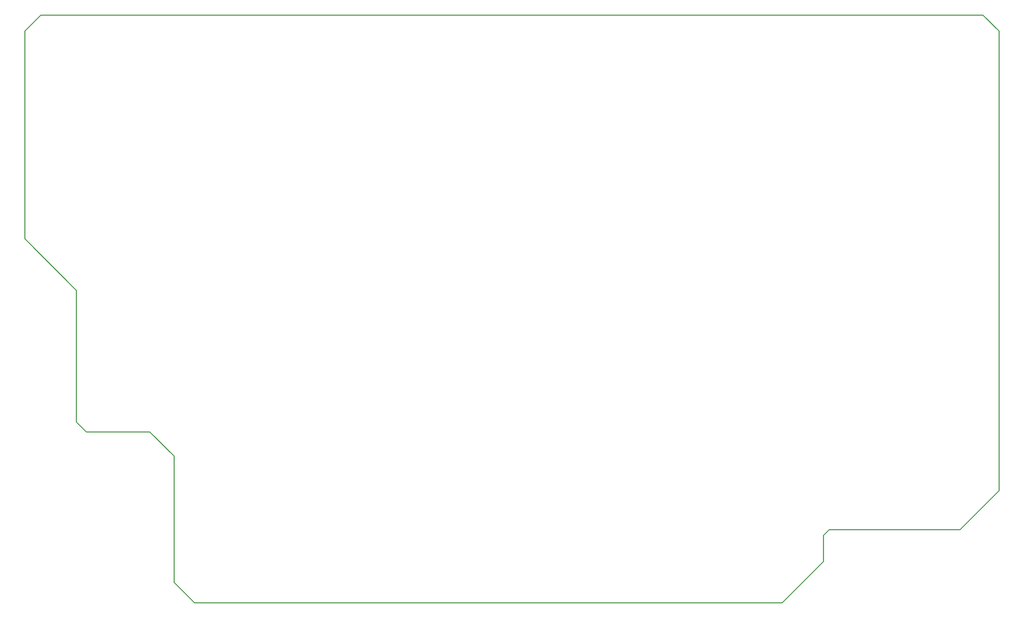
<source format=gbr>
%TF.GenerationSoftware,KiCad,Pcbnew,(5.1.6)-1*%
%TF.CreationDate,2020-12-15T19:54:30+02:00*%
%TF.ProjectId,ThePlatform_MothedahFarm,54686550-6c61-4746-966f-726d5f4d6f74,rev?*%
%TF.SameCoordinates,Original*%
%TF.FileFunction,Profile,NP*%
%FSLAX46Y46*%
G04 Gerber Fmt 4.6, Leading zero omitted, Abs format (unit mm)*
G04 Created by KiCad (PCBNEW (5.1.6)-1) date 2020-12-15 19:54:30*
%MOMM*%
%LPD*%
G01*
G04 APERTURE LIST*
%TA.AperFunction,Profile*%
%ADD10C,0.300000*%
%TD*%
G04 APERTURE END LIST*
D10*
X94550000Y-235450000D02*
X101480000Y-242380000D01*
X315570000Y-219430000D02*
X317520000Y-217480000D01*
X315570000Y-228300000D02*
X315570000Y-219430000D01*
X43750000Y-47760000D02*
X49220000Y-42290000D01*
X375320000Y-47760000D02*
X369850000Y-42290000D01*
X94550000Y-192430000D02*
X94550000Y-235450000D01*
X86300000Y-184180000D02*
X94550000Y-192430000D01*
X64660000Y-184180000D02*
X86300000Y-184180000D01*
X61320000Y-180840000D02*
X64660000Y-184180000D01*
X61320000Y-136000000D02*
X61320000Y-180840000D01*
X43750000Y-118430000D02*
X61320000Y-136000000D01*
X43750000Y-47760000D02*
X43750000Y-118430000D01*
X369850000Y-42290000D02*
X49220000Y-42290000D01*
X375320000Y-204230000D02*
X375320000Y-47760000D01*
X373160000Y-206390000D02*
X375320000Y-204230000D01*
X362070000Y-217480000D02*
X373160000Y-206390000D01*
X317520000Y-217480000D02*
X362070000Y-217480000D01*
X301490000Y-242380000D02*
X315570000Y-228300000D01*
X101480000Y-242380000D02*
X301490000Y-242380000D01*
M02*

</source>
